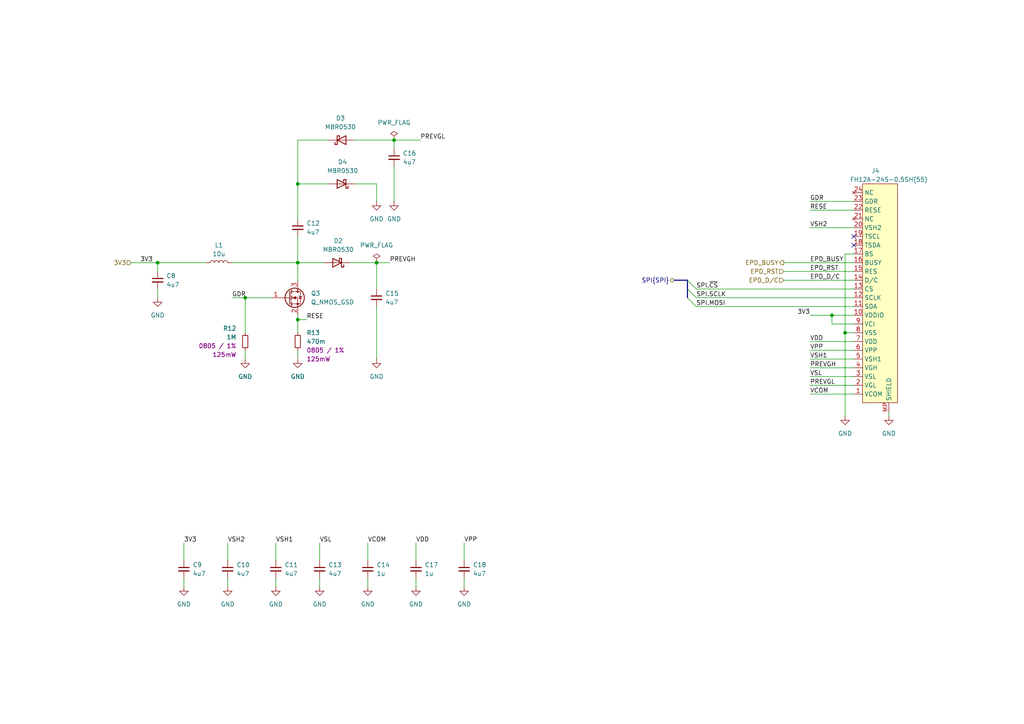
<source format=kicad_sch>
(kicad_sch (version 20250114) (generator "eeschema") (generator_version "9.0")
  (paper "A4")
  (lib_symbols
    (symbol "Device:C_Small" (pin_numbers (hide yes)) (pin_names (offset 0.254) (hide yes))
      (property "Reference" "C" (at 0.254 1.778 0))
      (property "Value" "C_Small" (at 0.254 -2.032 0))
      (symbol "C_Small_0_1"
        (polyline (pts (xy -1.524 0.508) (xy 1.524 0.508)) (stroke (width 0.3048)))
        (polyline (pts (xy -1.524 -0.508) (xy 1.524 -0.508)) (stroke (width 0.3302)))
      )
      (symbol "C_Small_1_1"
        (pin passive line (at 0 2.54 270) (length 2.032) (name "~") (number "1"))
        (pin passive line (at 0 -2.54 90) (length 2.032) (name "~") (number "2"))
      )
    )
    (symbol "Device:L" (pin_numbers (hide yes)) (pin_names (offset 1.016) (hide yes))
      (property "Reference" "L" (at -1.27 0 90))
      (property "Value" "L" (at 1.905 0 90))
      (symbol "L_0_1"
        (arc (start 0 2.54) (mid 0.6323 1.905) (end 0 1.27))
        (arc (start 0 1.27) (mid 0.6323 0.635) (end 0 0))
        (arc (start 0 0) (mid 0.6323 -0.635) (end 0 -1.27))
        (arc (start 0 -1.27) (mid 0.6323 -1.905) (end 0 -2.54))
      )
      (symbol "L_1_1"
        (pin passive line (at 0 3.81 270) (length 1.27) (name "1") (number "1"))
        (pin passive line (at 0 -3.81 90) (length 1.27) (name "2") (number "2"))
      )
    )
    (symbol "Device:Q_NMOS_GSD" (pin_names (offset 0) (hide yes))
      (property "Reference" "Q" (at 5.08 1.27 0))
      (property "Value" "Q_NMOS_GSD" (at 5.08 -1.27 0))
      (symbol "Q_NMOS_GSD_0_1"
        (polyline (pts (xy 0.254 1.905) (xy 0.254 -1.905)) (stroke (width 0.254)))
        (polyline (pts (xy 0.254 0) (xy -2.54 0)))
        (polyline (pts (xy 0.762 2.286) (xy 0.762 1.27)) (stroke (width 0.254)))
        (polyline (pts (xy 0.762 0.508) (xy 0.762 -0.508)) (stroke (width 0.254)))
        (polyline (pts (xy 0.762 -1.27) (xy 0.762 -2.286)) (stroke (width 0.254)))
        (polyline (pts (xy 0.762 -1.778) (xy 3.302 -1.778) (xy 3.302 1.778) (xy 0.762 1.778)))
        (polyline (pts (xy 1.016 0) (xy 2.032 0.381) (xy 2.032 -0.381) (xy 1.016 0)) (fill (type outline)))
        (circle (center 1.651 0) (radius 2.794) (stroke (width 0.254)))
        (polyline (pts (xy 2.54 2.54) (xy 2.54 1.778)))
        (circle (center 2.54 1.778) (radius 0.254) (fill (type outline)))
        (circle (center 2.54 -1.778) (radius 0.254) (fill (type outline)))
        (polyline (pts (xy 2.54 -2.54) (xy 2.54 0) (xy 0.762 0)))
        (polyline (pts (xy 2.794 0.508) (xy 2.921 0.381) (xy 3.683 0.381) (xy 3.81 0.254)))
        (polyline (pts (xy 3.302 0.381) (xy 2.921 -0.254) (xy 3.683 -0.254) (xy 3.302 0.381)))
      )
      (symbol "Q_NMOS_GSD_1_1"
        (pin input line (at -5.08 0 0) (length 2.54) (name "G") (number "1"))
        (pin passive line (at 2.54 5.08 270) (length 2.54) (name "D") (number "3"))
        (pin passive line (at 2.54 -5.08 90) (length 2.54) (name "S") (number "2"))
      )
    )
    (symbol "Device:R_Small" (pin_numbers (hide yes)) (pin_names (offset 0.254) (hide yes))
      (property "Reference" "R" (at 0.762 0.508 0))
      (property "Value" "R_Small" (at 0.762 -1.016 0))
      (symbol "R_Small_0_1"
        (rectangle (start -0.762 1.778) (end 0.762 -1.778) (stroke (width 0.2032)))
      )
      (symbol "R_Small_1_1"
        (pin passive line (at 0 2.54 270) (length 0.762) (name "~") (number "1"))
        (pin passive line (at 0 -2.54 90) (length 0.762) (name "~") (number "2"))
      )
    )
    (symbol "Diode:MBR0530" (pin_numbers (hide yes)) (pin_names (offset 1.016) (hide yes))
      (property "Reference" "D" (at 0 2.54 0))
      (property "Value" "MBR0530" (at 0 -2.54 0))
      (symbol "MBR0530_0_1"
        (polyline (pts (xy -1.905 0.635) (xy -1.905 1.27) (xy -1.27 1.27) (xy -1.27 -1.27) (xy -0.635 -1.27) (xy -0.635 -0.635)) (stroke (width 0.254)))
        (polyline (pts (xy 1.27 1.27) (xy 1.27 -1.27) (xy -1.27 0) (xy 1.27 1.27)) (stroke (width 0.254)))
        (polyline (pts (xy 1.27 0) (xy -1.27 0)))
      )
      (symbol "MBR0530_1_1"
        (pin passive line (at -3.81 0 0) (length 2.54) (name "K") (number "1"))
        (pin passive line (at 3.81 0 180) (length 2.54) (name "A") (number "2"))
      )
    )
    (symbol "power:GND" (power) (pin_numbers (hide yes)) (pin_names (offset 0) (hide yes))
      (property "Value" "GND" (at 0 -3.81 0))
      (symbol "GND_0_1"
        (polyline (pts (xy 0 0) (xy 0 -1.27) (xy 1.27 -1.27) (xy 0 -2.54) (xy -1.27 -1.27) (xy 0 -1.27)))
      )
      (symbol "GND_1_1"
        (pin power_in line (at 0 0 270) (length 0) (name "~") (number "1"))
      )
    )
    (symbol "power:PWR_FLAG" (power) (pin_numbers (hide yes)) (pin_names (offset 0) (hide yes))
      (property "Value" "PWR_FLAG" (at 0 3.81 0))
      (symbol "PWR_FLAG_0_0"
        (pin power_out line (at 0 0 90) (length 0) (name "~") (number "1"))
      )
      (symbol "PWR_FLAG_0_1"
        (polyline (pts (xy 0 0) (xy 0 1.27) (xy -1.016 1.905) (xy 0 2.54) (xy 1.016 1.905) (xy 0 1.27)))
      )
    )
    (symbol "youdbetterrun:FPC24_Inverted"
      (property "Reference" "J" (at 0 33.02 0))
      (symbol "FPC24_Inverted_1_0"
        (pin input line (at -7.62 26.67 0) (length 2.54) (name "GDR") (number "23"))
        (pin input line (at -7.62 24.13 0) (length 2.54) (name "RESE") (number "22"))
        (pin no_connect line (at -7.62 21.59 0) (length 2.54) (name "NC") (number "21"))
        (pin power_out line (at -7.62 19.05 0) (length 2.54) (name "VSH2") (number "20"))
      )
      (symbol "FPC24_Inverted_1_1"
        (rectangle (start -5.08 31.75) (end 5.08 -31.75) (fill (type background)))
        (pin no_connect line (at -7.62 29.21 0) (length 2.54) (name "NC") (number "24"))
        (pin input line (at -7.62 16.51 0) (length 2.54) (name "TSCL") (number "19"))
        (pin input line (at -7.62 13.97 0) (length 2.54) (name "TSDA") (number "18"))
        (pin input line (at -7.62 11.43 0) (length 2.54) (name "BS") (number "17"))
        (pin input line (at -7.62 8.89 0) (length 2.54) (name "BUSY") (number "16"))
        (pin input line (at -7.62 6.35 0) (length 2.54) (name "RES") (number "15"))
        (pin input line (at -7.62 3.81 0) (length 2.54) (name "D/C") (number "14"))
        (pin input line (at -7.62 1.27 0) (length 2.54) (name "CS") (number "13"))
        (pin input line (at -7.62 -1.27 0) (length 2.54) (name "SCLK") (number "12"))
        (pin input line (at -7.62 -3.81 0) (length 2.54) (name "SDA") (number "11"))
        (pin power_in line (at -7.62 -6.35 0) (length 2.54) (name "VDDIO") (number "10"))
        (pin power_in line (at -7.62 -8.89 0) (length 2.54) (name "VCI") (number "9"))
        (pin passive line (at -7.62 -11.43 0) (length 2.54) (name "VSS") (number "8"))
        (pin power_out line (at -7.62 -13.97 0) (length 2.54) (name "VDD") (number "7"))
        (pin power_out line (at -7.62 -16.51 0) (length 2.54) (name "VPP") (number "6"))
        (pin power_out line (at -7.62 -19.05 0) (length 2.54) (name "VSH1") (number "5"))
        (pin power_in line (at -7.62 -21.59 0) (length 2.54) (name "VGH") (number "4"))
        (pin power_out line (at -7.62 -24.13 0) (length 2.54) (name "VSL") (number "3"))
        (pin power_in line (at -7.62 -26.67 0) (length 2.54) (name "VGL") (number "2"))
        (pin input line (at -7.62 -29.21 0) (length 2.54) (name "VCOM") (number "1"))
        (pin passive line (at 2.54 -34.29 90) (length 2.54) (name "SHIELD") (number "MP"))
      )
    )
  )
  (junction (at 45.72 76.2))
  (junction (at 86.36 76.2))
  (junction (at 109.22 76.2))
  (junction (at 86.36 53.34))
  (junction (at 245.11 96.52))
  (junction (at 114.3 40.64))
  (junction (at 241.3 91.44))
  (junction (at 86.36 92.71))
  (junction (at 71.12 86.36))
  (no_connect (at 247.65 71.12))
  (no_connect (at 247.65 68.58))
  (bus_entry (at 201.93 86.36) (size -2.54 -2.54))
  (bus_entry (at 201.93 88.9) (size -2.54 -2.54))
  (bus_entry (at 201.93 83.82) (size -2.54 -2.54))
  (wire (pts (xy 234.95 60.96) (xy 247.65 60.96)))
  (wire (pts (xy 109.22 58.42) (xy 109.22 53.34)))
  (wire (pts (xy 109.22 88.9) (xy 109.22 104.14)))
  (wire (pts (xy 114.3 58.42) (xy 114.3 48.26)))
  (wire (pts (xy 234.95 101.6) (xy 247.65 101.6)))
  (wire (pts (xy 114.3 43.18) (xy 114.3 40.64)))
  (wire (pts (xy 67.31 76.2) (xy 86.36 76.2)))
  (wire (pts (xy 134.62 157.48) (xy 134.62 162.56)))
  (wire (pts (xy 86.36 92.71) (xy 86.36 91.44)))
  (wire (pts (xy 234.95 99.06) (xy 247.65 99.06)))
  (wire (pts (xy 247.65 73.66) (xy 245.11 73.66)))
  (wire (pts (xy 234.95 111.76) (xy 247.65 111.76)))
  (wire (pts (xy 227.33 76.2) (xy 247.65 76.2)))
  (wire (pts (xy 71.12 96.52) (xy 71.12 86.36)))
  (wire (pts (xy 71.12 104.14) (xy 71.12 101.6)))
  (wire (pts (xy 67.31 86.36) (xy 71.12 86.36)))
  (wire (pts (xy 86.36 76.2) (xy 86.36 81.28)))
  (wire (pts (xy 257.81 120.65) (xy 257.81 119.38)))
  (wire (pts (xy 86.36 104.14) (xy 86.36 101.6)))
  (wire (pts (xy 86.36 53.34) (xy 86.36 63.5)))
  (bus (pts (xy 199.39 83.82) (xy 199.39 86.36)))
  (wire (pts (xy 86.36 53.34) (xy 95.25 53.34)))
  (wire (pts (xy 71.12 86.36) (xy 78.74 86.36)))
  (wire (pts (xy 234.95 114.3) (xy 247.65 114.3)))
  (wire (pts (xy 45.72 86.36) (xy 45.72 83.82)))
  (wire (pts (xy 45.72 76.2) (xy 59.69 76.2)))
  (wire (pts (xy 80.01 157.48) (xy 80.01 162.56)))
  (bus (pts (xy 199.39 81.28) (xy 199.39 83.82)))
  (wire (pts (xy 241.3 91.44) (xy 247.65 91.44)))
  (wire (pts (xy 241.3 91.44) (xy 241.3 93.98)))
  (wire (pts (xy 114.3 40.64) (xy 121.92 40.64)))
  (wire (pts (xy 134.62 170.18) (xy 134.62 167.64)))
  (wire (pts (xy 245.11 96.52) (xy 245.11 120.65)))
  (wire (pts (xy 86.36 53.34) (xy 86.36 40.64)))
  (wire (pts (xy 241.3 93.98) (xy 247.65 93.98)))
  (wire (pts (xy 234.95 91.44) (xy 241.3 91.44)))
  (wire (pts (xy 92.71 157.48) (xy 92.71 162.56)))
  (wire (pts (xy 86.36 68.58) (xy 86.36 76.2)))
  (wire (pts (xy 86.36 96.52) (xy 86.36 92.71)))
  (wire (pts (xy 234.95 109.22) (xy 247.65 109.22)))
  (wire (pts (xy 234.95 104.14) (xy 247.65 104.14)))
  (wire (pts (xy 38.1 76.2) (xy 45.72 76.2)))
  (bus (pts (xy 195.58 81.28) (xy 199.39 81.28)))
  (wire (pts (xy 93.98 76.2) (xy 86.36 76.2)))
  (wire (pts (xy 120.65 170.18) (xy 120.65 167.64)))
  (wire (pts (xy 92.71 170.18) (xy 92.71 167.64)))
  (wire (pts (xy 109.22 76.2) (xy 109.22 83.82)))
  (wire (pts (xy 106.68 157.48) (xy 106.68 162.56)))
  (wire (pts (xy 53.34 157.48) (xy 53.34 162.56)))
  (wire (pts (xy 109.22 76.2) (xy 113.03 76.2)))
  (wire (pts (xy 227.33 81.28) (xy 247.65 81.28)))
  (wire (pts (xy 201.93 88.9) (xy 247.65 88.9)))
  (wire (pts (xy 114.3 40.64) (xy 102.87 40.64)))
  (wire (pts (xy 101.6 76.2) (xy 109.22 76.2)))
  (wire (pts (xy 45.72 76.2) (xy 45.72 78.74)))
  (wire (pts (xy 227.33 78.74) (xy 247.65 78.74)))
  (wire (pts (xy 109.22 53.34) (xy 102.87 53.34)))
  (wire (pts (xy 80.01 170.18) (xy 80.01 167.64)))
  (wire (pts (xy 247.65 96.52) (xy 245.11 96.52)))
  (wire (pts (xy 120.65 157.48) (xy 120.65 162.56)))
  (wire (pts (xy 66.04 157.48) (xy 66.04 162.56)))
  (wire (pts (xy 234.95 66.04) (xy 247.65 66.04)))
  (wire (pts (xy 234.95 58.42) (xy 247.65 58.42)))
  (wire (pts (xy 66.04 170.18) (xy 66.04 167.64)))
  (wire (pts (xy 53.34 170.18) (xy 53.34 167.64)))
  (wire (pts (xy 86.36 40.64) (xy 95.25 40.64)))
  (wire (pts (xy 106.68 170.18) (xy 106.68 167.64)))
  (wire (pts (xy 234.95 106.68) (xy 247.65 106.68)))
  (wire (pts (xy 201.93 86.36) (xy 247.65 86.36)))
  (wire (pts (xy 245.11 73.66) (xy 245.11 96.52)))
  (wire (pts (xy 201.93 83.82) (xy 247.65 83.82)))
  (wire (pts (xy 86.36 92.71) (xy 88.9 92.71)))
  (label "VDD" (at 234.95 99.06 0))
  (label "VSH1" (at 234.95 104.14 0))
  (label "RESE" (at 88.9 92.71 0))
  (label "VSL" (at 92.71 157.48 0))
  (label "VCOM" (at 234.95 114.3 0))
  (label "SPI.~{CS}" (at 201.93 83.82 0))
  (label "PREVGL" (at 121.92 40.64 0))
  (label "PREVGL" (at 234.95 111.76 0))
  (label "VPP" (at 134.62 157.48 0))
  (label "VCOM" (at 106.68 157.48 0))
  (label "VPP" (at 234.95 101.6 0))
  (label "3V3" (at 40.64 76.2 0))
  (label "PREVGH" (at 234.95 106.68 0))
  (label "EPD_BUSY" (at 234.95 76.2 0))
  (label "VSH2" (at 234.95 66.04 0))
  (label "3V3" (at 53.34 157.48 0))
  (label "EPD_RST" (at 234.95 78.74 0))
  (label "VSH1" (at 80.01 157.48 0))
  (label "EPD_D{slash}C" (at 234.95 81.28 0))
  (label "PREVGH" (at 113.03 76.2 0))
  (label "GDR" (at 234.95 58.42 0))
  (label "RESE" (at 234.95 60.96 0))
  (label "VSL" (at 234.95 109.22 0))
  (label "VDD" (at 120.65 157.48 0))
  (label "GDR" (at 67.31 86.36 0))
  (label "3V3" (at 234.95 91.44 180))
  (label "VSH2" (at 66.04 157.48 0))
  (label "SPI.SCLK" (at 201.93 86.36 0))
  (label "SPI.MOSI" (at 201.93 88.9 0))
  (hierarchical_label "3V3" (shape input) (at 38.1 76.2 180))
  (hierarchical_label "EPD_D{slash}C" (shape input) (at 227.33 81.28 180))
  (hierarchical_label "SPI{SPI}" (shape bidirectional) (at 195.58 81.28 180))
  (hierarchical_label "EPD_RST" (shape input) (at 227.33 78.74 180))
  (hierarchical_label "EPD_BUSY" (shape output) (at 227.33 76.2 180))
  (symbol (lib_id "Device:C_Small") (at 109.22 86.36 0) (unit 1)
    (property "Reference" "C15" (at 111.76 85.0963 0) (effects (justify left)))
    (property "Value" "4u7" (at 111.76 87.6363 0) (effects (justify left)))
    (property "Footprint" "Capacitor_SMD:C_0805_2012Metric" (effects (hide yes)))
    (property "Description" "Unpolarized capacitor, small symbol" (effects (hide yes)))
    (property "LCSC Part Number" "C98192" (effects (hide yes)))
    (property "Line 1" "${Tolerance} / ${Rated Voltage}" (effects (hide yes)))
    (property "MPN" "CL21A475KBQNNNE" (effects (hide yes)))
    (property "Manufacturer" "Samsung Electro-Mechanics" (effects (hide yes)))
    (property "Package" "0805" (effects (hide yes)))
    (property "Tolerance" "10%" (effects (hide yes)))
    (property "Rated Voltage" "50V" (effects (hide yes)))
    (property "Dielectric" "X7R" (effects (hide yes)))
  )
  (symbol (lib_id "power:GND") (at 66.04 170.18 0) (unit 1)
    (property "Reference" "#PWR018" (effects (hide yes)))
    (property "Value" "GND" (at 66.04 175.26 0))
    (property "Description" "Power symbol creates a global label with name \"GND\" , ground" (effects (hide yes)))
  )
  (symbol (lib_id "power:GND") (at 257.81 120.65 0) (unit 1)
    (property "Reference" "#PWR030" (effects (hide yes)))
    (property "Value" "GND" (at 257.81 125.73 0))
    (property "Description" "Power symbol creates a global label with name \"GND\" , ground" (effects (hide yes)))
  )
  (symbol (lib_id "power:PWR_FLAG") (at 114.3 40.64 0) (unit 1)
    (property "Reference" "#FLG05" (effects (hide yes)))
    (property "Value" "PWR_FLAG" (at 114.3 35.56 0))
    (property "Description" "Special symbol for telling ERC where power comes from" (effects (hide yes)))
  )
  (symbol (lib_id "Device:C_Small") (at 106.68 165.1 0) (unit 1)
    (property "Reference" "C14" (at 109.22 163.8363 0) (effects (justify left)))
    (property "Value" "1u" (at 109.22 166.3763 0) (effects (justify left)))
    (property "Footprint" "Capacitor_SMD:C_0805_2012Metric" (effects (hide yes)))
    (property "Description" "Unpolarized capacitor, small symbol" (effects (hide yes)))
    (property "LCSC Part Number" "C91185" (effects (hide yes)))
    (property "Line 1" "${Tolerance} / ${Rated Voltage}" (effects (hide yes)))
    (property "MPN" "CC0805KKX7R9BB105" (effects (hide yes)))
    (property "Manufacturer" "YAGEO" (effects (hide yes)))
    (property "Package" "0805" (effects (hide yes)))
    (property "Tolerance" "10%" (effects (hide yes)))
    (property "Rated Voltage" "50V" (effects (hide yes)))
    (property "Dielectric" "X7R" (effects (hide yes)))
  )
  (symbol (lib_id "Device:C_Small") (at 45.72 81.28 0) (unit 1)
    (property "Reference" "C8" (at 48.26 80.0163 0) (effects (justify left)))
    (property "Value" "4u7" (at 48.26 82.5563 0) (effects (justify left)))
    (property "Footprint" "Capacitor_SMD:C_0805_2012Metric" (effects (hide yes)))
    (property "Description" "Unpolarized capacitor, small symbol" (effects (hide yes)))
    (property "LCSC Part Number" "C98192" (effects (hide yes)))
    (property "Line 1" "${Tolerance} / ${Rated Voltage}" (effects (hide yes)))
    (property "MPN" "CL21A475KBQNNNE" (effects (hide yes)))
    (property "Manufacturer" "Samsung Electro-Mechanics" (effects (hide yes)))
    (property "Package" "0805" (effects (hide yes)))
    (property "Tolerance" "10%" (effects (hide yes)))
    (property "Rated Voltage" "50V" (effects (hide yes)))
    (property "Dielectric" "X7R" (effects (hide yes)))
  )
  (symbol (lib_id "power:GND") (at 120.65 170.18 0) (unit 1)
    (property "Reference" "#PWR027" (effects (hide yes)))
    (property "Value" "GND" (at 120.65 175.26 0))
    (property "Description" "Power symbol creates a global label with name \"GND\" , ground" (effects (hide yes)))
  )
  (symbol (lib_id "power:GND") (at 80.01 170.18 0) (unit 1)
    (property "Reference" "#PWR020" (effects (hide yes)))
    (property "Value" "GND" (at 80.01 175.26 0))
    (property "Description" "Power symbol creates a global label with name \"GND\" , ground" (effects (hide yes)))
  )
  (symbol (lib_id "Device:L") (at 63.5 76.2 90) (unit 1)
    (property "Reference" "L1" (at 63.5 71.12 90))
    (property "Value" "10u" (at 63.5 73.66 90))
    (property "Footprint" "youdbetterrun:L_4x4x2.6" (effects (hide yes)))
    (property "Description" "Inductor" (effects (hide yes)))
    (property "LCSC Part Number" "C497803" (effects (hide yes)))
    (property "MPN" "YJYCOIN YNR4026-100M" (effects (hide yes)))
    (property "Manufacturer" "YJYCOIN" (effects (hide yes)))
  )
  (symbol (lib_id "Diode:MBR0530") (at 99.06 53.34 180) (unit 1)
    (property "Reference" "D4" (at 99.3775 46.99 0))
    (property "Value" "MBR0530" (at 99.3775 49.53 0))
    (property "Footprint" "Diode_SMD:D_SOD-123" (effects (hide yes)))
    (property "Datasheet" "http://www.mccsemi.com/up_pdf/MBR0520~MBR0580(SOD123).pdf" (effects (hide yes)))
    (property "Description" "30V 0.5A Schottky Power Rectifier Diode, SOD-123" (effects (hide yes)))
    (property "LCSC Part Number" "C77336" (effects (hide yes)))
    (property "MPN" "MBR0530" (effects (hide yes)))
    (property "Manufacturer" "Jiangsu Changjing Electronics Technology Co., Ltd." (effects (hide yes)))
  )
  (symbol (lib_id "Device:C_Small") (at 92.71 165.1 0) (unit 1)
    (property "Reference" "C13" (at 95.25 163.8363 0) (effects (justify left)))
    (property "Value" "4u7" (at 95.25 166.3763 0) (effects (justify left)))
    (property "Footprint" "Capacitor_SMD:C_0805_2012Metric" (effects (hide yes)))
    (property "Description" "Unpolarized capacitor, small symbol" (effects (hide yes)))
    (property "LCSC Part Number" "C98192" (effects (hide yes)))
    (property "Line 1" "${Tolerance} / ${Rated Voltage}" (effects (hide yes)))
    (property "MPN" "CL21A475KBQNNNE" (effects (hide yes)))
    (property "Manufacturer" "Samsung Electro-Mechanics" (effects (hide yes)))
    (property "Package" "0805" (effects (hide yes)))
    (property "Tolerance" "10%" (effects (hide yes)))
    (property "Rated Voltage" "50V" (effects (hide yes)))
    (property "Dielectric" "X7R" (effects (hide yes)))
  )
  (symbol (lib_id "Diode:MBR0530") (at 97.79 76.2 180) (unit 1)
    (property "Reference" "D2" (at 98.1075 69.85 0))
    (property "Value" "MBR0530" (at 98.1075 72.39 0))
    (property "Footprint" "Diode_SMD:D_SOD-123" (effects (hide yes)))
    (property "Datasheet" "http://www.mccsemi.com/up_pdf/MBR0520~MBR0580(SOD123).pdf" (effects (hide yes)))
    (property "Description" "30V 0.5A Schottky Power Rectifier Diode, SOD-123" (effects (hide yes)))
    (property "LCSC Part Number" "C77336" (effects (hide yes)))
    (property "MPN" "MBR0530" (effects (hide yes)))
    (property "Manufacturer" "Jiangsu Changjing Electronics Technology Co., Ltd." (effects (hide yes)))
  )
  (symbol (lib_id "power:GND") (at 114.3 58.42 0) (unit 1)
    (property "Reference" "#PWR026" (effects (hide yes)))
    (property "Value" "GND" (at 114.3 63.5 0))
    (property "Description" "Power symbol creates a global label with name \"GND\" , ground" (effects (hide yes)))
  )
  (symbol (lib_id "power:GND") (at 109.22 104.14 0) (unit 1)
    (property "Reference" "#PWR025" (effects (hide yes)))
    (property "Value" "GND" (at 109.22 109.22 0))
    (property "Description" "Power symbol creates a global label with name \"GND\" , ground" (effects (hide yes)))
  )
  (symbol (lib_id "power:GND") (at 45.72 86.36 0) (unit 1)
    (property "Reference" "#PWR016" (effects (hide yes)))
    (property "Value" "GND" (at 45.72 91.44 0))
    (property "Description" "Power symbol creates a global label with name \"GND\" , ground" (effects (hide yes)))
  )
  (symbol (lib_id "power:GND") (at 71.12 104.14 0) (unit 1)
    (property "Reference" "#PWR019" (effects (hide yes)))
    (property "Value" "GND" (at 71.12 109.22 0))
    (property "Description" "Power symbol creates a global label with name \"GND\" , ground" (effects (hide yes)))
  )
  (symbol (lib_id "Device:R_Small") (at 86.36 99.06 0) (unit 1)
    (property "Reference" "R13" (at 88.9 96.52 0) (effects (justify left)))
    (property "Value" "470m" (at 88.9 99.06 0) (effects (justify left)))
    (property "Footprint" "Resistor_SMD:R_0805_2012Metric" (effects (hide yes)))
    (property "Description" "Resistor, small symbol" (effects (hide yes)))
    (property "Line 1" "${Package} / ${Tolerance}" (at 88.9 101.6 0) (effects (justify left)))
    (property "Line 2" "${Power}" (at 88.9 104.14 0) (effects (justify left)))
    (property "LCSC Part Number" "C25040" (effects (hide yes)))
    (property "MPN" "0805W8F470LT5E" (effects (hide yes)))
    (property "Manufacturer" "UNI-ROYAL(Uniroyal Elec)" (effects (hide yes)))
    (property "Package" "0805" (effects (hide yes)))
    (property "Power" "125mW" (effects (hide yes)))
    (property "Tolerance" "1%" (effects (hide yes)))
  )
  (symbol (lib_id "Device:C_Small") (at 53.34 165.1 0) (unit 1)
    (property "Reference" "C9" (at 55.88 163.8363 0) (effects (justify left)))
    (property "Value" "4u7" (at 55.88 166.3763 0) (effects (justify left)))
    (property "Footprint" "Capacitor_SMD:C_0805_2012Metric" (effects (hide yes)))
    (property "Description" "Unpolarized capacitor, small symbol" (effects (hide yes)))
    (property "LCSC Part Number" "C98192" (effects (hide yes)))
    (property "Line 1" "${Tolerance} / ${Rated Voltage}" (effects (hide yes)))
    (property "MPN" "CL21A475KBQNNNE" (effects (hide yes)))
    (property "Manufacturer" "Samsung Electro-Mechanics" (effects (hide yes)))
    (property "Package" "0805" (effects (hide yes)))
    (property "Tolerance" "10%" (effects (hide yes)))
    (property "Rated Voltage" "50V" (effects (hide yes)))
    (property "Dielectric" "X7R" (effects (hide yes)))
  )
  (symbol (lib_id "power:GND") (at 53.34 170.18 0) (unit 1)
    (property "Reference" "#PWR017" (effects (hide yes)))
    (property "Value" "GND" (at 53.34 175.26 0))
    (property "Description" "Power symbol creates a global label with name \"GND\" , ground" (effects (hide yes)))
  )
  (symbol (lib_id "Device:Q_NMOS_GSD") (at 83.82 86.36 0) (unit 1)
    (property "Reference" "Q3" (at 90.17 85.09 0) (effects (justify left)))
    (property "Value" "Q_NMOS_GSD" (at 90.17 87.63 0) (effects (justify left)))
    (property "Footprint" "Package_TO_SOT_SMD:SOT-323_SC-70" (effects (hide yes)))
    (property "Description" "N-MOSFET transistor, gate/source/drain" (effects (hide yes)))
    (property "LCSC Part Number" "C469327" (effects (hide yes)))
    (property "MPN" "SI1308EDL-T1-GE3" (effects (hide yes)))
    (property "Manufacturer" "Vishay Semiconductors" (effects (hide yes)))
    (property "Mouser Part Number" "78-SI1308EDL-T1-GE3" (effects (hide yes)))
  )
  (symbol (lib_id "Device:C_Small") (at 114.3 45.72 0) (unit 1)
    (property "Reference" "C16" (at 116.84 44.4563 0) (effects (justify left)))
    (property "Value" "4u7" (at 116.84 46.9963 0) (effects (justify left)))
    (property "Footprint" "Capacitor_SMD:C_0805_2012Metric" (effects (hide yes)))
    (property "Description" "Unpolarized capacitor, small symbol" (effects (hide yes)))
    (property "LCSC Part Number" "C98192" (effects (hide yes)))
    (property "Line 1" "${Tolerance} / ${Rated Voltage}" (effects (hide yes)))
    (property "MPN" "CL21A475KBQNNNE" (effects (hide yes)))
    (property "Manufacturer" "Samsung Electro-Mechanics" (effects (hide yes)))
    (property "Package" "0805" (effects (hide yes)))
    (property "Tolerance" "10%" (effects (hide yes)))
    (property "Rated Voltage" "50V" (effects (hide yes)))
    (property "Dielectric" "X7R" (effects (hide yes)))
  )
  (symbol (lib_id "youdbetterrun:FPC24_Inverted") (at 255.27 85.09 0) (unit 1)
    (property "Reference" "J4" (at 252.73 49.53 0) (effects (justify left)))
    (property "Value" "FH12A-24S-0.5SH(55)" (at 257.81 52.07 0))
    (property "Footprint" "Connector_FFC-FPC:Hirose_FH12-24S-0.5SH_1x24-1MP_P0.50mm_Horizontal" (effects (hide yes)))
    (property "Datasheet" "https://www.lcsc.com/product-detail/FFC-FPC-Connectors_HRS-Hirose-FH12A-24S-0-5SH-55_C506794.html" (effects (hide yes)))
    (property "LCSC Part Number" "C506794" (effects (hide yes)))
    (property "MPN" "FH12A-24S-0.5SH(55) " (effects (hide yes)))
    (property "Manufacturer" "Hirose" (effects (hide yes)))
  )
  (symbol (lib_id "power:GND") (at 245.11 120.65 0) (unit 1)
    (property "Reference" "#PWR029" (effects (hide yes)))
    (property "Value" "GND" (at 245.11 125.73 0))
    (property "Description" "Power symbol creates a global label with name \"GND\" , ground" (effects (hide yes)))
  )
  (symbol (lib_id "Device:C_Small") (at 134.62 165.1 0) (unit 1)
    (property "Reference" "C18" (at 137.16 163.8363 0) (effects (justify left)))
    (property "Value" "4u7" (at 137.16 166.3763 0) (effects (justify left)))
    (property "Footprint" "Capacitor_SMD:C_0805_2012Metric" (effects (hide yes)))
    (property "Description" "Unpolarized capacitor, small symbol" (effects (hide yes)))
    (property "LCSC Part Number" "C98192" (effects (hide yes)))
    (property "Line 1" "${Tolerance} / ${Rated Voltage}" (effects (hide yes)))
    (property "MPN" "CL21A475KBQNNNE" (effects (hide yes)))
    (property "Manufacturer" "Samsung Electro-Mechanics" (effects (hide yes)))
    (property "Package" "0805" (effects (hide yes)))
    (property "Tolerance" "10%" (effects (hide yes)))
    (property "Rated Voltage" "50V" (effects (hide yes)))
    (property "Dielectric" "X7R" (effects (hide yes)))
  )
  (symbol (lib_id "power:PWR_FLAG") (at 109.22 76.2 0) (unit 1)
    (property "Reference" "#FLG04" (effects (hide yes)))
    (property "Value" "PWR_FLAG" (at 109.22 71.12 0))
    (property "Description" "Special symbol for telling ERC where power comes from" (effects (hide yes)))
  )
  (symbol (lib_id "power:GND") (at 109.22 58.42 0) (unit 1)
    (property "Reference" "#PWR024" (effects (hide yes)))
    (property "Value" "GND" (at 109.22 63.5 0))
    (property "Description" "Power symbol creates a global label with name \"GND\" , ground" (effects (hide yes)))
  )
  (symbol (lib_id "power:GND") (at 86.36 104.14 0) (unit 1)
    (property "Reference" "#PWR021" (effects (hide yes)))
    (property "Value" "GND" (at 86.36 109.22 0))
    (property "Description" "Power symbol creates a global label with name \"GND\" , ground" (effects (hide yes)))
  )
  (symbol (lib_id "power:GND") (at 92.71 170.18 0) (unit 1)
    (property "Reference" "#PWR022" (effects (hide yes)))
    (property "Value" "GND" (at 92.71 175.26 0))
    (property "Description" "Power symbol creates a global label with name \"GND\" , ground" (effects (hide yes)))
  )
  (symbol (lib_id "Device:R_Small") (at 71.12 99.06 0) (mirror y) (unit 1)
    (property "Reference" "R12" (at 68.58 95.25 0) (effects (justify left)))
    (property "Value" "1M" (at 68.58 97.79 0) (effects (justify left)))
    (property "Footprint" "Resistor_SMD:R_0805_2012Metric" (effects (hide yes)))
    (property "Description" "Resistor, small symbol" (effects (hide yes)))
    (property "Line 1" "${Package} / ${Tolerance}" (at 68.58 100.33 0) (effects (justify left)))
    (property "Line 2" "${Power}" (at 68.58 102.87 0) (effects (justify left)))
    (property "LCSC Part Number" "C17514" (effects (hide yes)))
    (property "MPN" "0805W8F1004T5E" (effects (hide yes)))
    (property "Manufacturer" "UNI-ROYAL(Uniroyal Elec)" (effects (hide yes)))
    (property "Package" "0805" (effects (hide yes)))
    (property "Tolerance" "1%" (effects (hide yes)))
    (property "Power" "125mW" (effects (hide yes)))
  )
  (symbol (lib_id "power:GND") (at 134.62 170.18 0) (unit 1)
    (property "Reference" "#PWR028" (effects (hide yes)))
    (property "Value" "GND" (at 134.62 175.26 0))
    (property "Description" "Power symbol creates a global label with name \"GND\" , ground" (effects (hide yes)))
  )
  (symbol (lib_id "Diode:MBR0530") (at 99.06 40.64 0) (mirror x) (unit 1)
    (property "Reference" "D3" (at 98.7425 34.29 0))
    (property "Value" "MBR0530" (at 98.7425 36.83 0))
    (property "Footprint" "Diode_SMD:D_SOD-123" (effects (hide yes)))
    (property "Datasheet" "http://www.mccsemi.com/up_pdf/MBR0520~MBR0580(SOD123).pdf" (effects (hide yes)))
    (property "Description" "30V 0.5A Schottky Power Rectifier Diode, SOD-123" (effects (hide yes)))
    (property "LCSC Part Number" "C77336" (effects (hide yes)))
    (property "MPN" "MBR0530" (effects (hide yes)))
    (property "Manufacturer" "Jiangsu Changjing Electronics Technology Co., Ltd." (effects (hide yes)))
  )
  (symbol (lib_id "Device:C_Small") (at 86.36 66.04 0) (unit 1)
    (property "Reference" "C12" (at 88.9 64.7763 0) (effects (justify left)))
    (property "Value" "4u7" (at 88.9 67.3163 0) (effects (justify left)))
    (property "Footprint" "Capacitor_SMD:C_0805_2012Metric" (effects (hide yes)))
    (property "Description" "Unpolarized capacitor, small symbol" (effects (hide yes)))
    (property "LCSC Part Number" "C98192" (effects (hide yes)))
    (property "Line 1" "${Tolerance} / ${Rated Voltage}" (effects (hide yes)))
    (property "MPN" "CL21A475KBQNNNE" (effects (hide yes)))
    (property "Manufacturer" "Samsung Electro-Mechanics" (effects (hide yes)))
    (property "Package" "0805" (effects (hide yes)))
    (property "Tolerance" "10%" (effects (hide yes)))
    (property "Rated Voltage" "50V" (effects (hide yes)))
    (property "Dielectric" "X7R" (effects (hide yes)))
  )
  (symbol (lib_id "Device:C_Small") (at 66.04 165.1 0) (unit 1)
    (property "Reference" "C10" (at 68.58 163.8363 0) (effects (justify left)))
    (property "Value" "4u7" (at 68.58 166.3763 0) (effects (justify left)))
    (property "Footprint" "Capacitor_SMD:C_0805_2012Metric" (effects (hide yes)))
    (property "Description" "Unpolarized capacitor, small symbol" (effects (hide yes)))
    (property "LCSC Part Number" "C98192" (effects (hide yes)))
    (property "Line 1" "${Tolerance} / ${Rated Voltage}" (effects (hide yes)))
    (property "MPN" "CL21A475KBQNNNE" (effects (hide yes)))
    (property "Manufacturer" "Samsung Electro-Mechanics" (effects (hide yes)))
    (property "Package" "0805" (effects (hide yes)))
    (property "Tolerance" "10%" (effects (hide yes)))
    (property "Rated Voltage" "50V" (effects (hide yes)))
    (property "Dielectric" "X7R" (effects (hide yes)))
  )
  (symbol (lib_id "Device:C_Small") (at 120.65 165.1 0) (unit 1)
    (property "Reference" "C17" (at 123.19 163.8363 0) (effects (justify left)))
    (property "Value" "1u" (at 123.19 166.3763 0) (effects (justify left)))
    (property "Footprint" "Capacitor_SMD:C_0805_2012Metric" (effects (hide yes)))
    (property "Description" "Unpolarized capacitor, small symbol" (effects (hide yes)))
    (property "LCSC Part Number" "C91185" (effects (hide yes)))
    (property "Line 1" "${Tolerance} / ${Rated Voltage}" (effects (hide yes)))
    (property "MPN" "CC0805KKX7R9BB105" (effects (hide yes)))
    (property "Manufacturer" "YAGEO" (effects (hide yes)))
    (property "Package" "0805" (effects (hide yes)))
    (property "Tolerance" "10%" (effects (hide yes)))
    (property "Rated Voltage" "50V" (effects (hide yes)))
    (property "Dielectric" "X7R" (effects (hide yes)))
  )
  (symbol (lib_id "Device:C_Small") (at 80.01 165.1 0) (unit 1)
    (property "Reference" "C11" (at 82.55 163.8363 0) (effects (justify left)))
    (property "Value" "4u7" (at 82.55 166.3763 0) (effects (justify left)))
    (property "Footprint" "Capacitor_SMD:C_0805_2012Metric" (effects (hide yes)))
    (property "Description" "Unpolarized capacitor, small symbol" (effects (hide yes)))
    (property "LCSC Part Number" "C98192" (effects (hide yes)))
    (property "Line 1" "${Tolerance} / ${Rated Voltage}" (effects (hide yes)))
    (property "MPN" "CL21A475KBQNNNE" (effects (hide yes)))
    (property "Manufacturer" "Samsung Electro-Mechanics" (effects (hide yes)))
    (property "Package" "0805" (effects (hide yes)))
    (property "Tolerance" "10%" (effects (hide yes)))
    (property "Rated Voltage" "50V" (effects (hide yes)))
    (property "Dielectric" "X7R" (effects (hide yes)))
  )
  (symbol (lib_id "power:GND") (at 106.68 170.18 0) (unit 1)
    (property "Reference" "#PWR023" (effects (hide yes)))
    (property "Value" "GND" (at 106.68 175.26 0))
    (property "Description" "Power symbol creates a global label with name \"GND\" , ground" (effects (hide yes)))
  )
)
</source>
